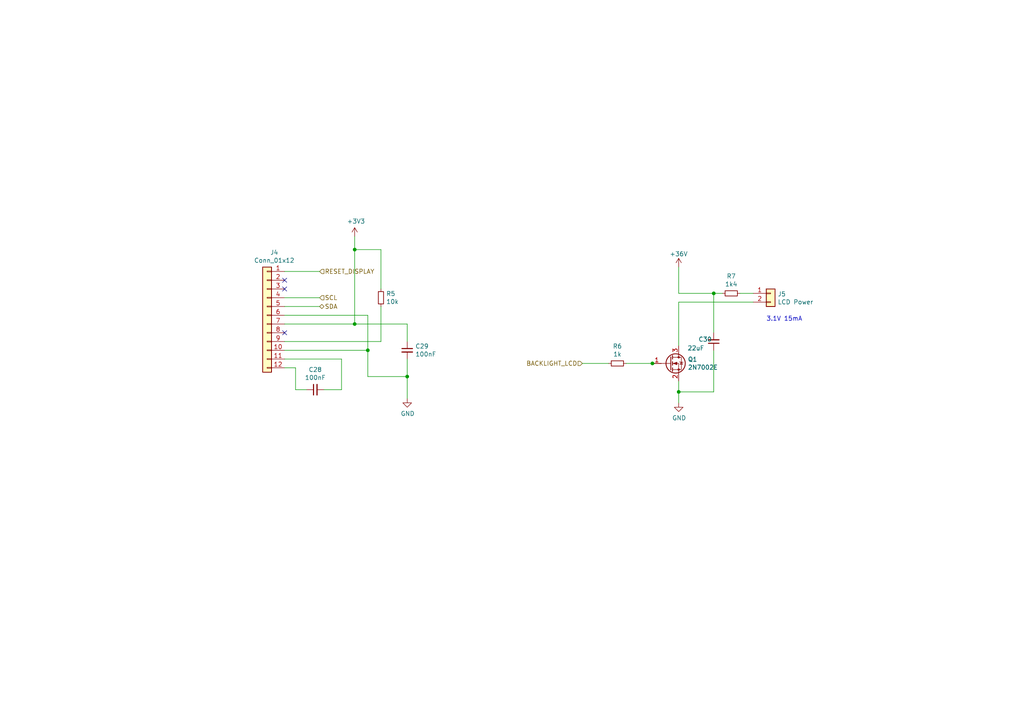
<source format=kicad_sch>
(kicad_sch (version 20230121) (generator eeschema)
  (paper "A4")
  (lib_symbols
    (symbol "Connector_Generic:Conn_01x02" (pin_names (offset 1.016) hide)
      (property "Reference" "J" (at 0 2.54 0))
      (property "Value" "Conn_01x02" (at 0 -5.08 0))
      (symbol "Conn_01x02_1_1"
        (rectangle (start -1.27 -2.413) (end 0 -2.667) (stroke (width 0.1524)))
        (rectangle (start -1.27 0.127) (end 0 -0.127) (stroke (width 0.1524)))
        (rectangle (start -1.27 1.27) (end 1.27 -3.81) (stroke (width 0.254)) (fill (type background)))
        (pin passive line (at -5.08 0 0) (length 3.81) (name "Pin_1") (number "1"))
        (pin passive line (at -5.08 -2.54 0) (length 3.81) (name "Pin_2") (number "2"))
      )
    )
    (symbol "Connector_Generic:Conn_01x12" (pin_names (offset 1.016) hide)
      (property "Reference" "J" (at 0 15.24 0))
      (property "Value" "Conn_01x12" (at 0 -17.78 0))
      (symbol "Conn_01x12_1_1"
        (rectangle (start -1.27 -15.113) (end 0 -15.367) (stroke (width 0.1524)))
        (rectangle (start -1.27 -12.573) (end 0 -12.827) (stroke (width 0.1524)))
        (rectangle (start -1.27 -10.033) (end 0 -10.287) (stroke (width 0.1524)))
        (rectangle (start -1.27 -7.493) (end 0 -7.747) (stroke (width 0.1524)))
        (rectangle (start -1.27 -4.953) (end 0 -5.207) (stroke (width 0.1524)))
        (rectangle (start -1.27 -2.413) (end 0 -2.667) (stroke (width 0.1524)))
        (rectangle (start -1.27 0.127) (end 0 -0.127) (stroke (width 0.1524)))
        (rectangle (start -1.27 2.667) (end 0 2.413) (stroke (width 0.1524)))
        (rectangle (start -1.27 5.207) (end 0 4.953) (stroke (width 0.1524)))
        (rectangle (start -1.27 7.747) (end 0 7.493) (stroke (width 0.1524)))
        (rectangle (start -1.27 10.287) (end 0 10.033) (stroke (width 0.1524)))
        (rectangle (start -1.27 12.827) (end 0 12.573) (stroke (width 0.1524)))
        (rectangle (start -1.27 13.97) (end 1.27 -16.51) (stroke (width 0.254)) (fill (type background)))
        (pin passive line (at -5.08 12.7 0) (length 3.81) (name "Pin_1") (number "1"))
        (pin passive line (at -5.08 -10.16 0) (length 3.81) (name "Pin_10") (number "10"))
        (pin passive line (at -5.08 -12.7 0) (length 3.81) (name "Pin_11") (number "11"))
        (pin passive line (at -5.08 -15.24 0) (length 3.81) (name "Pin_12") (number "12"))
        (pin passive line (at -5.08 10.16 0) (length 3.81) (name "Pin_2") (number "2"))
        (pin passive line (at -5.08 7.62 0) (length 3.81) (name "Pin_3") (number "3"))
        (pin passive line (at -5.08 5.08 0) (length 3.81) (name "Pin_4") (number "4"))
        (pin passive line (at -5.08 2.54 0) (length 3.81) (name "Pin_5") (number "5"))
        (pin passive line (at -5.08 0 0) (length 3.81) (name "Pin_6") (number "6"))
        (pin passive line (at -5.08 -2.54 0) (length 3.81) (name "Pin_7") (number "7"))
        (pin passive line (at -5.08 -5.08 0) (length 3.81) (name "Pin_8") (number "8"))
        (pin passive line (at -5.08 -7.62 0) (length 3.81) (name "Pin_9") (number "9"))
      )
    )
    (symbol "Device:C_Small" (pin_numbers hide) (pin_names (offset 0.254) hide)
      (property "Reference" "C" (at 0.254 1.778 0))
      (property "Value" "C_Small" (at 0.254 -2.032 0))
      (symbol "C_Small_0_1"
        (polyline (pts (xy -1.524 -0.508) (xy 1.524 -0.508)) (stroke (width 0.3302)))
        (polyline (pts (xy -1.524 0.508) (xy 1.524 0.508)) (stroke (width 0.3048)))
      )
      (symbol "C_Small_1_1"
        (pin passive line (at 0 2.54 270) (length 2.032) (name "~") (number "1"))
        (pin passive line (at 0 -2.54 90) (length 2.032) (name "~") (number "2"))
      )
    )
    (symbol "Device:R_Small" (pin_numbers hide) (pin_names (offset 0.254) hide)
      (property "Reference" "R" (at 0.762 0.508 0))
      (property "Value" "R_Small" (at 0.762 -1.016 0))
      (symbol "R_Small_0_1"
        (rectangle (start -0.762 1.778) (end 0.762 -1.778) (stroke (width 0.2032)))
      )
      (symbol "R_Small_1_1"
        (pin passive line (at 0 2.54 270) (length 0.762) (name "~") (number "1"))
        (pin passive line (at 0 -2.54 90) (length 0.762) (name "~") (number "2"))
      )
    )
    (symbol "RO Flow Counter-rescue:+3.3V-power" (power) (pin_names (offset 0))
      (property "Value" "+3.3V-power" (at 0 3.556 0))
      (symbol "+3.3V-power_0_1"
        (polyline (pts (xy -0.762 1.27) (xy 0 2.54)))
        (polyline (pts (xy 0 0) (xy 0 2.54)))
        (polyline (pts (xy 0 2.54) (xy 0.762 1.27)))
      )
      (symbol "+3.3V-power_1_1"
        (pin power_in line (at 0 0 90) (length 0) hide (name "+3V3") (number "1"))
      )
    )
    (symbol "Transistor_FET:2N7002E" (pin_names hide)
      (property "Reference" "Q" (at 5.08 1.905 0))
      (property "Value" "2N7002E" (at 5.08 0 0))
      (symbol "2N7002E_0_1"
        (polyline (pts (xy 0.254 0) (xy -2.54 0)))
        (polyline (pts (xy 0.254 1.905) (xy 0.254 -1.905)) (stroke (width 0.254)))
        (polyline (pts (xy 0.762 -1.27) (xy 0.762 -2.286)) (stroke (width 0.254)))
        (polyline (pts (xy 0.762 0.508) (xy 0.762 -0.508)) (stroke (width 0.254)))
        (polyline (pts (xy 0.762 2.286) (xy 0.762 1.27)) (stroke (width 0.254)))
        (polyline (pts (xy 2.54 2.54) (xy 2.54 1.778)))
        (polyline (pts (xy 2.54 -2.54) (xy 2.54 0) (xy 0.762 0)))
        (polyline (pts (xy 0.762 -1.778) (xy 3.302 -1.778) (xy 3.302 1.778) (xy 0.762 1.778)))
        (polyline (pts (xy 1.016 0) (xy 2.032 0.381) (xy 2.032 -0.381) (xy 1.016 0)) (fill (type outline)))
        (polyline (pts (xy 2.794 0.508) (xy 2.921 0.381) (xy 3.683 0.381) (xy 3.81 0.254)))
        (polyline (pts (xy 3.302 0.381) (xy 2.921 -0.254) (xy 3.683 -0.254) (xy 3.302 0.381)))
        (circle (center 1.651 0) (radius 2.794) (stroke (width 0.254)))
        (circle (center 2.54 -1.778) (radius 0.254) (fill (type outline)))
        (circle (center 2.54 1.778) (radius 0.254) (fill (type outline)))
      )
      (symbol "2N7002E_1_1"
        (pin input line (at -5.08 0 0) (length 2.54) (name "G") (number "1"))
        (pin passive line (at 2.54 -5.08 90) (length 2.54) (name "S") (number "2"))
        (pin passive line (at 2.54 5.08 270) (length 2.54) (name "D") (number "3"))
      )
    )
    (symbol "power:+36V" (power) (pin_names (offset 0))
      (property "Value" "+36V" (at 0 3.556 0))
      (symbol "+36V_0_1"
        (polyline (pts (xy -0.762 1.27) (xy 0 2.54)))
        (polyline (pts (xy 0 0) (xy 0 2.54)))
        (polyline (pts (xy 0 2.54) (xy 0.762 1.27)))
      )
      (symbol "+36V_1_1"
        (pin power_in line (at 0 0 90) (length 0) hide (name "+36V") (number "1"))
      )
    )
    (symbol "power:GND" (power) (pin_names (offset 0))
      (property "Value" "GND" (at 0 -3.81 0))
      (symbol "GND_0_1"
        (polyline (pts (xy 0 0) (xy 0 -1.27) (xy 1.27 -1.27) (xy 0 -2.54) (xy -1.27 -1.27) (xy 0 -1.27)))
      )
      (symbol "GND_1_1"
        (pin power_in line (at 0 0 270) (length 0) hide (name "GND") (number "1"))
      )
    )
  )
  (junction (at 196.85 113.665))
  (junction (at 207.01 85.09))
  (junction (at 118.11 109.22))
  (junction (at 102.87 72.39))
  (junction (at 102.87 93.98))
  (junction (at 189.23 105.41))
  (junction (at 106.68 101.6))
  (no_connect (at 82.55 81.28))
  (no_connect (at 82.55 83.82))
  (no_connect (at 82.55 96.52))
  (wire (pts (xy 82.55 101.6) (xy 106.68 101.6)))
  (wire (pts (xy 99.06 113.03) (xy 93.98 113.03)))
  (wire (pts (xy 209.55 85.09) (xy 207.01 85.09)))
  (wire (pts (xy 82.55 93.98) (xy 102.87 93.98)))
  (wire (pts (xy 110.49 83.82) (xy 110.49 72.39)))
  (wire (pts (xy 82.55 99.06) (xy 110.49 99.06)))
  (wire (pts (xy 196.85 110.49) (xy 196.85 113.665)))
  (wire (pts (xy 106.68 109.22) (xy 118.11 109.22)))
  (wire (pts (xy 189.865 105.41) (xy 189.23 105.41)))
  (wire (pts (xy 118.11 109.22) (xy 118.11 104.14)))
  (wire (pts (xy 196.85 113.665) (xy 207.01 113.665)))
  (wire (pts (xy 196.85 87.63) (xy 218.44 87.63)))
  (wire (pts (xy 207.01 85.09) (xy 207.01 96.52)))
  (wire (pts (xy 196.85 85.09) (xy 207.01 85.09)))
  (wire (pts (xy 207.01 101.6) (xy 207.01 113.665)))
  (wire (pts (xy 99.06 104.14) (xy 99.06 113.03)))
  (wire (pts (xy 110.49 99.06) (xy 110.49 88.9)))
  (wire (pts (xy 168.91 105.41) (xy 176.53 105.41)))
  (wire (pts (xy 85.725 113.03) (xy 88.9 113.03)))
  (wire (pts (xy 82.55 78.74) (xy 92.71 78.74)))
  (wire (pts (xy 106.68 91.44) (xy 106.68 101.6)))
  (wire (pts (xy 118.11 109.22) (xy 118.11 115.57)))
  (wire (pts (xy 102.87 72.39) (xy 102.87 68.58)))
  (wire (pts (xy 82.55 86.36) (xy 92.71 86.36)))
  (wire (pts (xy 196.85 77.47) (xy 196.85 85.09)))
  (wire (pts (xy 106.68 101.6) (xy 106.68 109.22)))
  (wire (pts (xy 196.85 113.665) (xy 196.85 116.84)))
  (wire (pts (xy 181.61 105.41) (xy 189.23 105.41)))
  (wire (pts (xy 214.63 85.09) (xy 218.44 85.09)))
  (wire (pts (xy 110.49 72.39) (xy 102.87 72.39)))
  (wire (pts (xy 102.87 93.98) (xy 118.11 93.98)))
  (wire (pts (xy 102.87 93.98) (xy 102.87 72.39)))
  (wire (pts (xy 85.725 106.68) (xy 85.725 113.03)))
  (wire (pts (xy 82.55 104.14) (xy 99.06 104.14)))
  (wire (pts (xy 82.55 106.68) (xy 85.725 106.68)))
  (wire (pts (xy 82.55 88.9) (xy 92.71 88.9)))
  (wire (pts (xy 118.11 93.98) (xy 118.11 99.06)))
  (wire (pts (xy 196.85 87.63) (xy 196.85 100.33)))
  (wire (pts (xy 82.55 91.44) (xy 106.68 91.44)))
  (text "3.1V 15mA" (at 222.25 93.345 0) (effects (font (size 1.27 1.27)) (justify left bottom)))
  (hierarchical_label "BACKLIGHT_LCD" (shape input) (at 168.91 105.41 180))
  (hierarchical_label "SCL" (shape input) (at 92.71 86.36 0))
  (hierarchical_label "SDA" (shape bidirectional) (at 92.71 88.9 0))
  (hierarchical_label "RESET_DISPLAY" (shape input) (at 92.71 78.74 0))
  (symbol (lib_id "power:GND") (at 196.85 116.84 0) (unit 1)
    (property "Reference" "#PWR05" (effects hide))
    (property "Value" "GND" (at 196.977 121.2342 0))
    (instances (project "dimmable-grow-light" (path "" (reference "#PWR023") (unit 1))))
  )
  (symbol (lib_id "Device:R_Small") (at 212.09 85.09 270) (unit 1)
    (property "Reference" "R5" (at 212.09 80.1116 90))
    (property "Value" "1k4" (at 212.09 82.423 90))
    (property "Footprint" "Resistor_SMD:R_0402_1005Metric" (effects hide))
    (instances (project "dimmable-grow-light" (path "" (reference "R7") (unit 1))) (project "RO Flow Counter" (path "" (reference "R5") (unit 1))))
  )
  (symbol (lib_id "Device:C_Small") (at 91.44 113.03 90) (unit 1)
    (property "Reference" "C3" (at 91.44 107.2134 90))
    (property "Value" "100nF" (at 91.44 109.5248 90))
    (property "Footprint" "Capacitor_SMD:C_0402_1005Metric" (effects hide))
    (instances (project "dimmable-grow-light" (path "" (reference "C28") (unit 1))) (project "RO Flow Counter" (path "" (reference "C3") (unit 1))))
  )
  (symbol (lib_id "Device:R_Small") (at 110.49 86.36 180) (unit 1)
    (property "Reference" "R6" (at 111.9886 85.1916 0) (effects (justify right)))
    (property "Value" "10k" (at 111.9886 87.503 0) (effects (justify right)))
    (property "Footprint" "Resistor_SMD:R_0402_1005Metric" (effects hide))
    (instances (project "dimmable-grow-light" (path "" (reference "R5") (unit 1))) (project "RO Flow Counter" (path "" (reference "R6") (unit 1))))
  )
  (symbol (lib_id "Connector_Generic:Conn_01x12") (at 77.47 91.44 0) (mirror y) (unit 1)
    (property "Reference" "J2" (at 79.5528 73.2282 0))
    (property "Value" "Conn_01x12" (at 79.5528 75.5396 0))
    (property "Footprint" "Connector_PinHeader_2.54mm:PinHeader_1x12_P2.54mm_Vertical" (effects hide))
    (instances (project "dimmable-grow-light" (path "" (reference "J4") (unit 1))) (project "RO Flow Counter" (path "" (reference "J2") (unit 1))))
  )
  (symbol (lib_id "RO Flow Counter-rescue:+3.3V-power") (at 102.87 68.58 0) (unit 1)
    (property "Reference" "#PWR03" (effects hide))
    (property "Value" "+3.3V" (at 103.251 64.1858 0))
    (instances (project "dimmable-grow-light" (path "" (reference "#PWR020") (unit 1))))
  )
  (symbol (lib_id "Transistor_FET:2N7002E") (at 194.31 105.41 0) (unit 1)
    (property "Reference" "Q4" (at 199.4916 104.2416 0) (effects (justify left)))
    (property "Value" "2N7002E" (at 199.4916 106.553 0) (effects (justify left)))
    (property "Footprint" "Package_TO_SOT_SMD:SOT-23" (effects hide))
    (property "Datasheet" "http://www.diodes.com/assets/Datasheets/ds30376.pdf" (effects hide))
    (instances (project "dimmable-grow-light" (path "" (reference "Q1") (unit 1))) (project "RO Flow Counter" (path "" (reference "Q4") (unit 1))))
  )
  (symbol (lib_id "Device:C_Small") (at 207.01 99.06 180) (unit 1)
    (property "Reference" "C1" (at 202.565 98.425 0) (effects (justify right)))
    (property "Value" "22uF" (at 199.39 100.965 0) (effects (justify right)))
    (property "Footprint" "Capacitor_SMD:C_0805_2012Metric" (effects hide))
    (instances (project "dimmable-grow-light" (path "" (reference "C30") (unit 1))) (project "RO Flow Counter" (path "" (reference "C1") (unit 1))))
  )
  (symbol (lib_id "power:GND") (at 118.11 115.57 0) (unit 1)
    (property "Reference" "#PWR06" (effects hide))
    (property "Value" "GND" (at 118.237 119.9642 0))
    (instances (project "dimmable-grow-light" (path "" (reference "#PWR021") (unit 1))))
  )
  (symbol (lib_id "power:+36V") (at 196.85 77.47 0) (unit 1)
    (property "Reference" "#PWR022" (effects hide))
    (property "Value" "+36V" (at 196.85 73.66 0))
  )
  (symbol (lib_id "Connector_Generic:Conn_01x02") (at 223.52 85.09 0) (unit 1)
    (property "Reference" "J1" (at 225.552 85.2932 0) (effects (justify left)))
    (property "Value" "LCD Power" (at 225.552 87.6046 0) (effects (justify left)))
    (property "Footprint" "Connector_PinHeader_2.54mm:PinHeader_1x02_P2.54mm_Vertical" (effects hide))
    (instances (project "dimmable-grow-light" (path "" (reference "J5") (unit 1))) (project "RO Flow Counter" (path "" (reference "J1") (unit 1))))
  )
  (symbol (lib_id "Device:C_Small") (at 118.11 101.6 0) (unit 1)
    (property "Reference" "C2" (at 120.4468 100.4316 0) (effects (justify left)))
    (property "Value" "100nF" (at 120.4468 102.743 0) (effects (justify left)))
    (property "Footprint" "Capacitor_SMD:C_0402_1005Metric" (effects hide))
    (instances (project "dimmable-grow-light" (path "" (reference "C29") (unit 1))) (project "RO Flow Counter" (path "" (reference "C2") (unit 1))))
  )
  (symbol (lib_id "Device:R_Small") (at 179.07 105.41 270) (unit 1)
    (property "Reference" "R12" (at 179.07 100.4316 90))
    (property "Value" "1k" (at 179.07 102.743 90))
    (property "Footprint" "Resistor_SMD:R_0402_1005Metric" (effects hide))
    (instances (project "dimmable-grow-light" (path "" (reference "R6") (unit 1))) (project "RO Flow Counter" (path "" (reference "R12") (unit 1))))
  )
)
</source>
